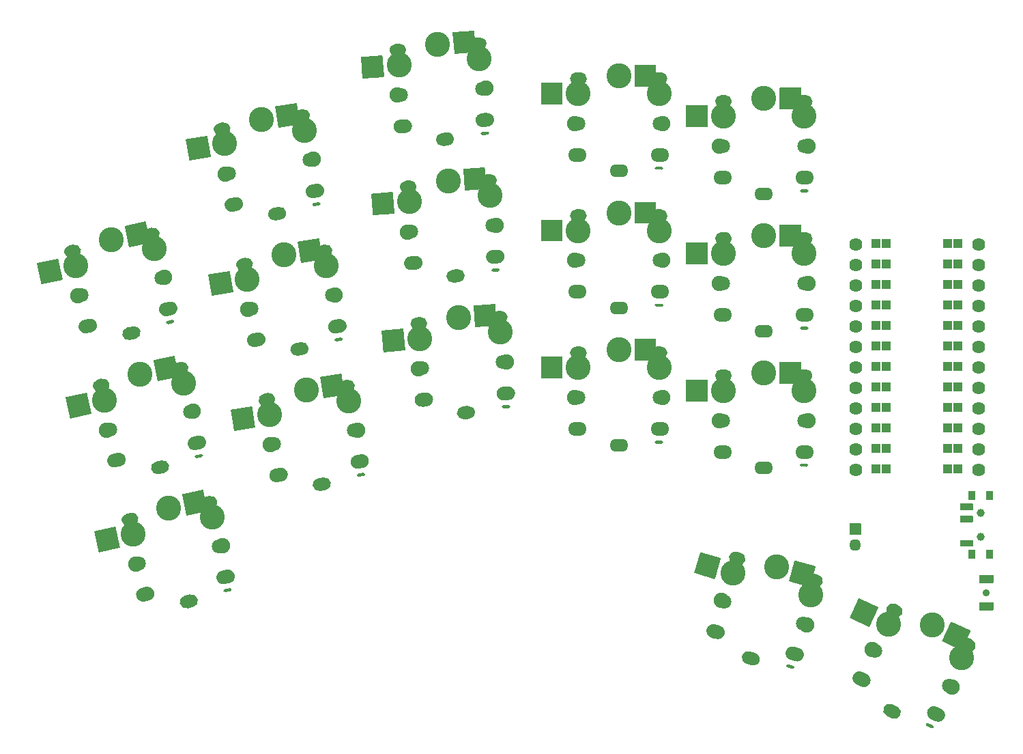
<source format=gts>
G04 #@! TF.GenerationSoftware,KiCad,Pcbnew,5.1.10*
G04 #@! TF.CreationDate,2021-11-16T11:23:36-06:00*
G04 #@! TF.ProjectId,a_dux_dux,615f6475-785f-4647-9578-2e6b69636164,VERSION_HERE*
G04 #@! TF.SameCoordinates,Original*
G04 #@! TF.FileFunction,Soldermask,Top*
G04 #@! TF.FilePolarity,Negative*
%FSLAX46Y46*%
G04 Gerber Fmt 4.6, Leading zero omitted, Abs format (unit mm)*
G04 Created by KiCad (PCBNEW 5.1.10) date 2021-11-16 11:23:36*
%MOMM*%
%LPD*%
G01*
G04 APERTURE LIST*
%ADD10C,3.100000*%
%ADD11C,1.800000*%
%ADD12C,1.900000*%
%ADD13O,2.300000X1.700000*%
%ADD14O,2.300000X1.600000*%
%ADD15C,0.900000*%
%ADD16C,1.000000*%
%ADD17O,1.450000X1.450000*%
%ADD18C,0.100000*%
%ADD19C,1.624000*%
G04 APERTURE END LIST*
G04 #@! TO.C,S4*
G36*
G01*
X199525845Y-109195220D02*
X199525845Y-109195220D01*
G75*
G02*
X199370146Y-109431351I-195915J-40216D01*
G01*
X198684444Y-109572105D01*
G75*
G02*
X198448313Y-109416406I-40216J195915D01*
G01*
X198448313Y-109416406D01*
G75*
G02*
X198604012Y-109180275I195915J40216D01*
G01*
X199289714Y-109039521D01*
G75*
G02*
X199525845Y-109195220I40216J-195915D01*
G01*
G37*
D10*
X191695515Y-99146555D03*
G36*
G01*
X185595178Y-104085015D02*
X183052942Y-104630023D01*
G75*
G02*
X182993572Y-104591615I-10481J48889D01*
G01*
X182448564Y-102049379D01*
G75*
G02*
X182486972Y-101990009I48889J10481D01*
G01*
X185029208Y-101445001D01*
G75*
G02*
X185088578Y-101483409I10481J-48889D01*
G01*
X185633586Y-104025645D01*
G75*
G02*
X185595178Y-104085015I-48889J-10481D01*
G01*
G37*
X197045592Y-100249585D03*
X187267760Y-102345770D03*
G36*
G01*
X193874697Y-100008916D02*
X193329689Y-97466680D01*
G75*
G02*
X193368097Y-97407310I48889J10481D01*
G01*
X195910333Y-96862302D01*
G75*
G02*
X195969703Y-96900710I10481J-48889D01*
G01*
X196514711Y-99442946D01*
G75*
G02*
X196476303Y-99502316I-48889J-10481D01*
G01*
X193934067Y-100047324D01*
G75*
G02*
X193874697Y-100008916I-10481J48889D01*
G01*
G37*
G36*
G01*
X199863438Y-107430447D02*
X199863438Y-107430447D01*
G75*
G02*
X199210498Y-108439739I-831116J-178176D01*
G01*
X198623828Y-108565511D01*
G75*
G02*
X197614536Y-107912571I-178176J831116D01*
G01*
X197614536Y-107912571D01*
G75*
G02*
X198267476Y-106903279I831116J178176D01*
G01*
X198854146Y-106777507D01*
G75*
G02*
X199863438Y-107430447I178176J-831116D01*
G01*
G37*
G36*
G01*
X187911035Y-100337474D02*
X187911035Y-100337474D01*
G75*
G02*
X187288237Y-101281996I-783660J-160862D01*
G01*
X186798449Y-101382534D01*
G75*
G02*
X185853927Y-100759736I-160862J783660D01*
G01*
X185853927Y-100759736D01*
G75*
G02*
X186476725Y-99815214I783660J160862D01*
G01*
X186966513Y-99714676D01*
G75*
G02*
X187911035Y-100337474I160862J-783660D01*
G01*
G37*
D11*
X187967641Y-105992071D03*
X197901919Y-103862347D03*
G36*
G01*
X193047079Y-110937191D02*
X193047079Y-110937191D01*
G75*
G02*
X193661611Y-109987269I782227J167695D01*
G01*
X194346059Y-109840537D01*
G75*
G02*
X195295981Y-110455069I167695J-782227D01*
G01*
X195295981Y-110455069D01*
G75*
G02*
X194681449Y-111404991I-782227J-167695D01*
G01*
X193997001Y-111551723D01*
G75*
G02*
X193047079Y-110937191I-167695J782227D01*
G01*
G37*
D12*
X198312588Y-103774307D03*
X187556972Y-106080111D03*
G36*
G01*
X187641147Y-110050680D02*
X187641147Y-110050680D01*
G75*
G02*
X188294087Y-109041388I831116J178176D01*
G01*
X188880757Y-108915616D01*
G75*
G02*
X189890049Y-109568556I178176J-831116D01*
G01*
X189890049Y-109568556D01*
G75*
G02*
X189237109Y-110577848I-831116J-178176D01*
G01*
X188650439Y-110703620D01*
G75*
G02*
X187641147Y-110050680I-178176J831116D01*
G01*
G37*
G36*
G01*
X195635601Y-98681470D02*
X195635601Y-98681470D01*
G75*
G02*
X196241819Y-97726222I780733J174515D01*
G01*
X196729777Y-97617150D01*
G75*
G02*
X197685025Y-98223368I174515J-780733D01*
G01*
X197685025Y-98223368D01*
G75*
G02*
X197078807Y-99178616I-780733J-174515D01*
G01*
X196590849Y-99287688D01*
G75*
G02*
X195635601Y-98681470I-174515J780733D01*
G01*
G37*
G04 #@! TD*
G04 #@! TO.C,S16*
G36*
G01*
X236333213Y-86204924D02*
X236333213Y-86204924D01*
G75*
G02*
X236147279Y-86418064I-199537J-13603D01*
G01*
X235448901Y-86465674D01*
G75*
G02*
X235235761Y-86279740I-13603J199537D01*
G01*
X235235761Y-86279740D01*
G75*
G02*
X235421695Y-86066600I199537J13603D01*
G01*
X236120073Y-86018990D01*
G75*
G02*
X236333213Y-86204924I13603J-199537D01*
G01*
G37*
D10*
X229919870Y-75197708D03*
G36*
G01*
X223212853Y-79274279D02*
X220620516Y-79473748D01*
G75*
G02*
X220566827Y-79427731I-3836J49853D01*
G01*
X220367358Y-76835394D01*
G75*
G02*
X220413375Y-76781705I49853J3836D01*
G01*
X223005712Y-76582236D01*
G75*
G02*
X223059401Y-76628253I3836J-49853D01*
G01*
X223258870Y-79220590D01*
G75*
G02*
X223212853Y-79274279I-49853J-3836D01*
G01*
G37*
X235073916Y-77007629D03*
X225103388Y-77774819D03*
G36*
G01*
X231963857Y-76344274D02*
X231764388Y-73751937D01*
G75*
G02*
X231810405Y-73698248I49853J3836D01*
G01*
X234402742Y-73498779D01*
G75*
G02*
X234456431Y-73544796I3836J-49853D01*
G01*
X234655900Y-76137133D01*
G75*
G02*
X234609883Y-76190822I-49853J-3836D01*
G01*
X232017546Y-76390291D01*
G75*
G02*
X231963857Y-76344274I-3836J49853D01*
G01*
G37*
G36*
G01*
X236904217Y-84501296D02*
X236904217Y-84501296D01*
G75*
G02*
X236121933Y-85414002I-847495J-65211D01*
G01*
X235523701Y-85460034D01*
G75*
G02*
X234610995Y-84677750I-65211J847495D01*
G01*
X234610995Y-84677750D01*
G75*
G02*
X235393279Y-83765044I847495J65211D01*
G01*
X235991511Y-83719012D01*
G75*
G02*
X236904217Y-84501296I65211J-847495D01*
G01*
G37*
G36*
G01*
X226009947Y-75870820D02*
X226009947Y-75870820D01*
G75*
G02*
X225266212Y-76723379I-798147J-54412D01*
G01*
X224767370Y-76757387D01*
G75*
G02*
X223914811Y-76013652I-54412J798147D01*
G01*
X223914811Y-76013652D01*
G75*
G02*
X224658546Y-75161093I798147J54412D01*
G01*
X225157388Y-75127085D01*
G75*
G02*
X226009947Y-75870820I54412J-798147D01*
G01*
G37*
D11*
X225308405Y-81482017D03*
X235438461Y-80702551D03*
G36*
G01*
X229679465Y-87063122D02*
X229679465Y-87063122D01*
G75*
G02*
X230415732Y-86204105I797642J61375D01*
G01*
X231113668Y-86150401D01*
G75*
G02*
X231972685Y-86886668I61375J-797642D01*
G01*
X231972685Y-86886668D01*
G75*
G02*
X231236418Y-87745685I-797642J-61375D01*
G01*
X230538482Y-87799389D01*
G75*
G02*
X229679465Y-87063122I-61375J797642D01*
G01*
G37*
D12*
X235857223Y-80670329D03*
X224889643Y-81514239D03*
G36*
G01*
X224441057Y-85460284D02*
X224441057Y-85460284D01*
G75*
G02*
X225223341Y-84547578I847495J65211D01*
G01*
X225821573Y-84501546D01*
G75*
G02*
X226734279Y-85283830I65211J-847495D01*
G01*
X226734279Y-85283830D01*
G75*
G02*
X225951995Y-86196536I-847495J-65211D01*
G01*
X225353763Y-86242568D01*
G75*
G02*
X224441057Y-85460284I-65211J847495D01*
G01*
G37*
G36*
G01*
X233886744Y-75264734D02*
X233886744Y-75264734D01*
G75*
G02*
X234615486Y-74399324I797076J68334D01*
G01*
X235113658Y-74356616D01*
G75*
G02*
X235979068Y-75085358I68334J-797076D01*
G01*
X235979068Y-75085358D01*
G75*
G02*
X235250326Y-75950768I-797076J-68334D01*
G01*
X234752154Y-75993476D01*
G75*
G02*
X233886744Y-75264734I-68334J797076D01*
G01*
G37*
G04 #@! TD*
G04 #@! TO.C,S34*
G36*
G01*
X290151358Y-142969165D02*
X290151358Y-142969165D01*
G75*
G02*
X289884739Y-143063580I-180517J86102D01*
G01*
X289252929Y-142762222D01*
G75*
G02*
X289158514Y-142495603I86102J180517D01*
G01*
X289158514Y-142495603D01*
G75*
G02*
X289425133Y-142401188I180517J-86102D01*
G01*
X290056943Y-142702546D01*
G75*
G02*
X290151358Y-142969165I-86102J-180517D01*
G01*
G37*
D10*
X289967447Y-130231192D03*
G36*
G01*
X282122997Y-130490257D02*
X279766597Y-129391449D01*
G75*
G02*
X279742413Y-129325003I21131J45315D01*
G01*
X280841221Y-126968603D01*
G75*
G02*
X280907667Y-126944419I45315J-21131D01*
G01*
X283264067Y-128043227D01*
G75*
G02*
X283288251Y-128109673I-21131J-45315D01*
G01*
X282189443Y-130466073D01*
G75*
G02*
X282122997Y-130490257I-45315J21131D01*
G01*
G37*
X293569226Y-134338161D03*
X284506148Y-130111978D03*
G36*
G01*
X291185344Y-132233498D02*
X292284152Y-129877098D01*
G75*
G02*
X292350598Y-129852914I45315J-21131D01*
G01*
X294706998Y-130951722D01*
G75*
G02*
X294731182Y-131018168I-21131J-45315D01*
G01*
X293632374Y-133374568D01*
G75*
G02*
X293565928Y-133398752I-45315J21131D01*
G01*
X291209528Y-132299944D01*
G75*
G02*
X291185344Y-132233498I21131J45315D01*
G01*
G37*
G36*
G01*
X291485140Y-141765249D02*
X291485140Y-141765249D01*
G75*
G02*
X290355552Y-142176385I-770362J359226D01*
G01*
X289811768Y-141922815D01*
G75*
G02*
X289400632Y-140793227I359226J770362D01*
G01*
X289400632Y-140793227D01*
G75*
G02*
X290530220Y-140382091I770362J-359226D01*
G01*
X291074004Y-140635661D01*
G75*
G02*
X291485140Y-141765249I-359226J-770362D01*
G01*
G37*
G36*
G01*
X286230634Y-128898221D02*
X286230634Y-128898221D01*
G75*
G02*
X285164157Y-129275880I-722068J344409D01*
G01*
X284712865Y-129060624D01*
G75*
G02*
X284335206Y-127994147I344409J722068D01*
G01*
X284335206Y-127994147D01*
G75*
G02*
X285401683Y-127616488I722068J-344409D01*
G01*
X285852975Y-127831744D01*
G75*
G02*
X286230634Y-128898221I-344409J-722068D01*
G01*
G37*
D11*
X282864884Y-133442383D03*
X292072972Y-137736185D03*
G36*
G01*
X283933226Y-140450489D02*
X283933226Y-140450489D01*
G75*
G02*
X284996367Y-140063538I725046J-338095D01*
G01*
X285630783Y-140359370D01*
G75*
G02*
X286017734Y-141422511I-338095J-725046D01*
G01*
X286017734Y-141422511D01*
G75*
G02*
X284954593Y-141809462I-725046J338095D01*
G01*
X284320177Y-141513630D01*
G75*
G02*
X283933226Y-140450489I338095J725046D01*
G01*
G37*
D12*
X292453621Y-137913684D03*
X282484235Y-133264884D03*
G36*
G01*
X280156293Y-136482520D02*
X280156293Y-136482520D01*
G75*
G02*
X281285881Y-136071384I770362J-359226D01*
G01*
X281829665Y-136324954D01*
G75*
G02*
X282240801Y-137454542I-359226J-770362D01*
G01*
X282240801Y-137454542D01*
G75*
G02*
X281111213Y-137865678I-770362J359226D01*
G01*
X280567429Y-137612108D01*
G75*
G02*
X280156293Y-136482520I359226J770362D01*
G01*
G37*
G36*
G01*
X293390539Y-132236939D02*
X293390539Y-132236939D01*
G75*
G02*
X294450263Y-131840725I727969J-331755D01*
G01*
X294905243Y-132048071D01*
G75*
G02*
X295301457Y-133107795I-331755J-727969D01*
G01*
X295301457Y-133107795D01*
G75*
G02*
X294241733Y-133504009I-727969J331755D01*
G01*
X293786753Y-133296663D01*
G75*
G02*
X293390539Y-132236939I331755J727969D01*
G01*
G37*
G04 #@! TD*
G04 #@! TO.C,S28*
G36*
G01*
X274612797Y-93444771D02*
X274612797Y-93444771D01*
G75*
G02*
X274411060Y-93643018I-199992J1745D01*
G01*
X273711086Y-93636910D01*
G75*
G02*
X273512839Y-93435173I1745J199992D01*
G01*
X273512839Y-93435173D01*
G75*
G02*
X273714576Y-93236926I199992J-1745D01*
G01*
X274414550Y-93243034D01*
G75*
G02*
X274612797Y-93444771I-1745J-199992D01*
G01*
G37*
D10*
X269062818Y-81977972D03*
G36*
G01*
X262062818Y-85527972D02*
X259462818Y-85527972D01*
G75*
G02*
X259412818Y-85477972I0J50000D01*
G01*
X259412818Y-82877972D01*
G75*
G02*
X259462818Y-82827972I50000J0D01*
G01*
X262062818Y-82827972D01*
G75*
G02*
X262112818Y-82877972I0J-50000D01*
G01*
X262112818Y-85477972D01*
G75*
G02*
X262062818Y-85527972I-50000J0D01*
G01*
G37*
X274062818Y-84177972D03*
X264062818Y-84177972D03*
G36*
G01*
X271012818Y-83277972D02*
X271012818Y-80677972D01*
G75*
G02*
X271062818Y-80627972I50000J0D01*
G01*
X273662818Y-80627972D01*
G75*
G02*
X273712818Y-80677972I0J-50000D01*
G01*
X273712818Y-83277972D01*
G75*
G02*
X273662818Y-83327972I-50000J0D01*
G01*
X271062818Y-83327972D01*
G75*
G02*
X271012818Y-83277972I0J50000D01*
G01*
G37*
D13*
X274162818Y-91789972D03*
G36*
G01*
X265112778Y-82349135D02*
X265112778Y-82349135D01*
G75*
G02*
X264305827Y-83142124I-799970J6981D01*
G01*
X263805847Y-83137760D01*
G75*
G02*
X263012858Y-82330809I6981J799970D01*
G01*
X263012858Y-82330809D01*
G75*
G02*
X263819809Y-81537820I799970J-6981D01*
G01*
X264319789Y-81542184D01*
G75*
G02*
X265112778Y-82349135I-6981J-799970D01*
G01*
G37*
D11*
X263982818Y-87889972D03*
X274142818Y-87889972D03*
D14*
X269062818Y-93789972D03*
D12*
X274562818Y-87889972D03*
X263562818Y-87889972D03*
D13*
X263962818Y-91789972D03*
G36*
G01*
X273012858Y-82349135D02*
X273012858Y-82349135D01*
G75*
G02*
X273805847Y-81542184I799970J6981D01*
G01*
X274305827Y-81537820D01*
G75*
G02*
X275112778Y-82330809I6981J-799970D01*
G01*
X275112778Y-82330809D01*
G75*
G02*
X274319789Y-83137760I-799970J-6981D01*
G01*
X273819809Y-83142124D01*
G75*
G02*
X273012858Y-82349135I-6981J799970D01*
G01*
G37*
G04 #@! TD*
G04 #@! TO.C,S32*
G36*
G01*
X272886382Y-135561139D02*
X272886382Y-135561139D01*
G75*
G02*
X272638288Y-135696967I-191961J56133D01*
G01*
X271966424Y-135500501D01*
G75*
G02*
X271830596Y-135252407I56133J191961D01*
G01*
X271830596Y-135252407D01*
G75*
G02*
X272078690Y-135116579I191961J-56133D01*
G01*
X272750554Y-135313045D01*
G75*
G02*
X272886382Y-135561139I-56133J-191961D01*
G01*
G37*
D10*
X270668275Y-123016429D03*
G36*
G01*
X262966154Y-124526342D02*
X260464387Y-123818413D01*
G75*
G02*
X260429890Y-123756688I13614J48111D01*
G01*
X261137819Y-121254921D01*
G75*
G02*
X261199544Y-121220424I48111J-13614D01*
G01*
X263701311Y-121928353D01*
G75*
G02*
X263735808Y-121990078I-13614J-48111D01*
G01*
X263027879Y-124491845D01*
G75*
G02*
X262966154Y-124526342I-48111J13614D01*
G01*
G37*
X274880348Y-126494710D03*
X265258168Y-123771908D03*
G36*
G01*
X272190635Y-124798259D02*
X272898564Y-122296492D01*
G75*
G02*
X272960289Y-122261995I48111J-13614D01*
G01*
X275462056Y-122969924D01*
G75*
G02*
X275496553Y-123031649I-13614J-48111D01*
G01*
X274788624Y-125533416D01*
G75*
G02*
X274726899Y-125567913I-48111J13614D01*
G01*
X272225132Y-124859984D01*
G75*
G02*
X272190635Y-124798259I13614J48111D01*
G01*
G37*
G36*
G01*
X274010523Y-134159463D02*
X274010523Y-134159463D01*
G75*
G02*
X272961200Y-134745910I-817885J231438D01*
G01*
X272383870Y-134582542D01*
G75*
G02*
X271797423Y-133533219I231438J817885D01*
G01*
X271797423Y-133533219D01*
G75*
G02*
X272846746Y-132946772I817885J-231438D01*
G01*
X273424076Y-133110140D01*
G75*
G02*
X274010523Y-134159463I-231438J-817885D01*
G01*
G37*
G36*
G01*
X266766414Y-122298051D02*
X266766414Y-122298051D01*
G75*
G02*
X265774037Y-122841362I-767844J224533D01*
G01*
X265294135Y-122701028D01*
G75*
G02*
X264750824Y-121708651I224533J767844D01*
G01*
X264750824Y-121708651D01*
G75*
G02*
X265743201Y-121165340I767844J-224533D01*
G01*
X266223103Y-121305674D01*
G75*
G02*
X266766414Y-122298051I-224533J-767844D01*
G01*
G37*
D11*
X264170487Y-127321878D03*
X273946621Y-130088246D03*
G36*
G01*
X266345551Y-134069026D02*
X266345551Y-134069026D01*
G75*
G02*
X267333149Y-133517076I769774J-217824D01*
G01*
X268006701Y-133707672D01*
G75*
G02*
X268558651Y-134695270I-217824J-769774D01*
G01*
X268558651Y-134695270D01*
G75*
G02*
X267571053Y-135247220I-769774J217824D01*
G01*
X266897501Y-135056624D01*
G75*
G02*
X266345551Y-134069026I217824J769774D01*
G01*
G37*
D12*
X274350753Y-130202603D03*
X263766355Y-127207521D03*
G36*
G01*
X261982799Y-130755961D02*
X261982799Y-130755961D01*
G75*
G02*
X263032122Y-130169514I817885J-231438D01*
G01*
X263609452Y-130332882D01*
G75*
G02*
X264195899Y-131382205I-231438J-817885D01*
G01*
X264195899Y-131382205D01*
G75*
G02*
X263146576Y-131968652I-817885J231438D01*
G01*
X262569246Y-131805284D01*
G75*
G02*
X261982799Y-130755961I231438J817885D01*
G01*
G37*
G36*
G01*
X274368014Y-124449087D02*
X274368014Y-124449087D01*
G75*
G02*
X275350758Y-123888539I771646J-211098D01*
G01*
X275833036Y-124020475D01*
G75*
G02*
X276393584Y-125003219I-211098J-771646D01*
G01*
X276393584Y-125003219D01*
G75*
G02*
X275410840Y-125563767I-771646J211098D01*
G01*
X274928562Y-125431831D01*
G75*
G02*
X274368014Y-124449087I211098J771646D01*
G01*
G37*
G04 #@! TD*
G04 #@! TO.C,S24*
G36*
G01*
X256612810Y-73611402D02*
X256612810Y-73611402D01*
G75*
G02*
X256411073Y-73809649I-199992J1745D01*
G01*
X255711099Y-73803541D01*
G75*
G02*
X255512852Y-73601804I1745J199992D01*
G01*
X255512852Y-73601804D01*
G75*
G02*
X255714589Y-73403557I199992J-1745D01*
G01*
X256414563Y-73409665D01*
G75*
G02*
X256612810Y-73611402I-1745J-199992D01*
G01*
G37*
D10*
X251062831Y-62144603D03*
G36*
G01*
X244062831Y-65694603D02*
X241462831Y-65694603D01*
G75*
G02*
X241412831Y-65644603I0J50000D01*
G01*
X241412831Y-63044603D01*
G75*
G02*
X241462831Y-62994603I50000J0D01*
G01*
X244062831Y-62994603D01*
G75*
G02*
X244112831Y-63044603I0J-50000D01*
G01*
X244112831Y-65644603D01*
G75*
G02*
X244062831Y-65694603I-50000J0D01*
G01*
G37*
X256062831Y-64344603D03*
X246062831Y-64344603D03*
G36*
G01*
X253012831Y-63444603D02*
X253012831Y-60844603D01*
G75*
G02*
X253062831Y-60794603I50000J0D01*
G01*
X255662831Y-60794603D01*
G75*
G02*
X255712831Y-60844603I0J-50000D01*
G01*
X255712831Y-63444603D01*
G75*
G02*
X255662831Y-63494603I-50000J0D01*
G01*
X253062831Y-63494603D01*
G75*
G02*
X253012831Y-63444603I0J50000D01*
G01*
G37*
D13*
X256162831Y-71956603D03*
G36*
G01*
X247112791Y-62515766D02*
X247112791Y-62515766D01*
G75*
G02*
X246305840Y-63308755I-799970J6981D01*
G01*
X245805860Y-63304391D01*
G75*
G02*
X245012871Y-62497440I6981J799970D01*
G01*
X245012871Y-62497440D01*
G75*
G02*
X245819822Y-61704451I799970J-6981D01*
G01*
X246319802Y-61708815D01*
G75*
G02*
X247112791Y-62515766I-6981J-799970D01*
G01*
G37*
D11*
X245982831Y-68056603D03*
X256142831Y-68056603D03*
D14*
X251062831Y-73956603D03*
D12*
X256562831Y-68056603D03*
X245562831Y-68056603D03*
D13*
X245962831Y-71956603D03*
G36*
G01*
X255012871Y-62515766D02*
X255012871Y-62515766D01*
G75*
G02*
X255805860Y-61708815I799970J6981D01*
G01*
X256305840Y-61704451D01*
G75*
G02*
X257112791Y-62497440I6981J-799970D01*
G01*
X257112791Y-62497440D01*
G75*
G02*
X256319802Y-63304391I-799970J-6981D01*
G01*
X255819822Y-63308755D01*
G75*
G02*
X255012871Y-62515766I-6981J799970D01*
G01*
G37*
G04 #@! TD*
G04 #@! TO.C,S18*
G36*
G01*
X235028991Y-69255029D02*
X235028991Y-69255029D01*
G75*
G02*
X234843057Y-69468169I-199537J-13603D01*
G01*
X234144679Y-69515779D01*
G75*
G02*
X233931539Y-69329845I-13603J199537D01*
G01*
X233931539Y-69329845D01*
G75*
G02*
X234117473Y-69116705I199537J13603D01*
G01*
X234815851Y-69069095D01*
G75*
G02*
X235028991Y-69255029I13603J-199537D01*
G01*
G37*
D10*
X228615648Y-58247813D03*
G36*
G01*
X221908631Y-62324384D02*
X219316294Y-62523853D01*
G75*
G02*
X219262605Y-62477836I-3836J49853D01*
G01*
X219063136Y-59885499D01*
G75*
G02*
X219109153Y-59831810I49853J3836D01*
G01*
X221701490Y-59632341D01*
G75*
G02*
X221755179Y-59678358I3836J-49853D01*
G01*
X221954648Y-62270695D01*
G75*
G02*
X221908631Y-62324384I-49853J-3836D01*
G01*
G37*
X233769694Y-60057734D03*
X223799166Y-60824924D03*
G36*
G01*
X230659635Y-59394379D02*
X230460166Y-56802042D01*
G75*
G02*
X230506183Y-56748353I49853J3836D01*
G01*
X233098520Y-56548884D01*
G75*
G02*
X233152209Y-56594901I3836J-49853D01*
G01*
X233351678Y-59187238D01*
G75*
G02*
X233305661Y-59240927I-49853J-3836D01*
G01*
X230713324Y-59440396D01*
G75*
G02*
X230659635Y-59394379I-3836J49853D01*
G01*
G37*
G36*
G01*
X235599995Y-67551401D02*
X235599995Y-67551401D01*
G75*
G02*
X234817711Y-68464107I-847495J-65211D01*
G01*
X234219479Y-68510139D01*
G75*
G02*
X233306773Y-67727855I-65211J847495D01*
G01*
X233306773Y-67727855D01*
G75*
G02*
X234089057Y-66815149I847495J65211D01*
G01*
X234687289Y-66769117D01*
G75*
G02*
X235599995Y-67551401I65211J-847495D01*
G01*
G37*
G36*
G01*
X224705725Y-58920925D02*
X224705725Y-58920925D01*
G75*
G02*
X223961990Y-59773484I-798147J-54412D01*
G01*
X223463148Y-59807492D01*
G75*
G02*
X222610589Y-59063757I-54412J798147D01*
G01*
X222610589Y-59063757D01*
G75*
G02*
X223354324Y-58211198I798147J54412D01*
G01*
X223853166Y-58177190D01*
G75*
G02*
X224705725Y-58920925I54412J-798147D01*
G01*
G37*
D11*
X224004183Y-64532122D03*
X234134239Y-63752656D03*
G36*
G01*
X228375243Y-70113227D02*
X228375243Y-70113227D01*
G75*
G02*
X229111510Y-69254210I797642J61375D01*
G01*
X229809446Y-69200506D01*
G75*
G02*
X230668463Y-69936773I61375J-797642D01*
G01*
X230668463Y-69936773D01*
G75*
G02*
X229932196Y-70795790I-797642J-61375D01*
G01*
X229234260Y-70849494D01*
G75*
G02*
X228375243Y-70113227I-61375J797642D01*
G01*
G37*
D12*
X234553001Y-63720434D03*
X223585421Y-64564344D03*
G36*
G01*
X223136835Y-68510389D02*
X223136835Y-68510389D01*
G75*
G02*
X223919119Y-67597683I847495J65211D01*
G01*
X224517351Y-67551651D01*
G75*
G02*
X225430057Y-68333935I65211J-847495D01*
G01*
X225430057Y-68333935D01*
G75*
G02*
X224647773Y-69246641I-847495J-65211D01*
G01*
X224049541Y-69292673D01*
G75*
G02*
X223136835Y-68510389I-65211J847495D01*
G01*
G37*
G36*
G01*
X232582522Y-58314839D02*
X232582522Y-58314839D01*
G75*
G02*
X233311264Y-57449429I797076J68334D01*
G01*
X233809436Y-57406721D01*
G75*
G02*
X234674846Y-58135463I68334J-797076D01*
G01*
X234674846Y-58135463D01*
G75*
G02*
X233946104Y-59000873I-797076J-68334D01*
G01*
X233447932Y-59043581D01*
G75*
G02*
X232582522Y-58314839I-68334J797076D01*
G01*
G37*
G04 #@! TD*
G04 #@! TO.C,S26*
G36*
G01*
X274612843Y-110444758D02*
X274612843Y-110444758D01*
G75*
G02*
X274411106Y-110643005I-199992J1745D01*
G01*
X273711132Y-110636897D01*
G75*
G02*
X273512885Y-110435160I1745J199992D01*
G01*
X273512885Y-110435160D01*
G75*
G02*
X273714622Y-110236913I199992J-1745D01*
G01*
X274414596Y-110243021D01*
G75*
G02*
X274612843Y-110444758I-1745J-199992D01*
G01*
G37*
D10*
X269062864Y-98977959D03*
G36*
G01*
X262062864Y-102527959D02*
X259462864Y-102527959D01*
G75*
G02*
X259412864Y-102477959I0J50000D01*
G01*
X259412864Y-99877959D01*
G75*
G02*
X259462864Y-99827959I50000J0D01*
G01*
X262062864Y-99827959D01*
G75*
G02*
X262112864Y-99877959I0J-50000D01*
G01*
X262112864Y-102477959D01*
G75*
G02*
X262062864Y-102527959I-50000J0D01*
G01*
G37*
X274062864Y-101177959D03*
X264062864Y-101177959D03*
G36*
G01*
X271012864Y-100277959D02*
X271012864Y-97677959D01*
G75*
G02*
X271062864Y-97627959I50000J0D01*
G01*
X273662864Y-97627959D01*
G75*
G02*
X273712864Y-97677959I0J-50000D01*
G01*
X273712864Y-100277959D01*
G75*
G02*
X273662864Y-100327959I-50000J0D01*
G01*
X271062864Y-100327959D01*
G75*
G02*
X271012864Y-100277959I0J50000D01*
G01*
G37*
D13*
X274162864Y-108789959D03*
G36*
G01*
X265112824Y-99349122D02*
X265112824Y-99349122D01*
G75*
G02*
X264305873Y-100142111I-799970J6981D01*
G01*
X263805893Y-100137747D01*
G75*
G02*
X263012904Y-99330796I6981J799970D01*
G01*
X263012904Y-99330796D01*
G75*
G02*
X263819855Y-98537807I799970J-6981D01*
G01*
X264319835Y-98542171D01*
G75*
G02*
X265112824Y-99349122I-6981J-799970D01*
G01*
G37*
D11*
X263982864Y-104889959D03*
X274142864Y-104889959D03*
D14*
X269062864Y-110789959D03*
D12*
X274562864Y-104889959D03*
X263562864Y-104889959D03*
D13*
X263962864Y-108789959D03*
G36*
G01*
X273012904Y-99349122D02*
X273012904Y-99349122D01*
G75*
G02*
X273805893Y-98542171I799970J6981D01*
G01*
X274305873Y-98537807D01*
G75*
G02*
X275112824Y-99330796I6981J-799970D01*
G01*
X275112824Y-99330796D01*
G75*
G02*
X274319835Y-100137747I-799970J-6981D01*
G01*
X273819855Y-100142111D01*
G75*
G02*
X273012904Y-99349122I-6981J799970D01*
G01*
G37*
G04 #@! TD*
G04 #@! TO.C,S20*
G36*
G01*
X256612811Y-107611483D02*
X256612811Y-107611483D01*
G75*
G02*
X256411074Y-107809730I-199992J1745D01*
G01*
X255711100Y-107803622D01*
G75*
G02*
X255512853Y-107601885I1745J199992D01*
G01*
X255512853Y-107601885D01*
G75*
G02*
X255714590Y-107403638I199992J-1745D01*
G01*
X256414564Y-107409746D01*
G75*
G02*
X256612811Y-107611483I-1745J-199992D01*
G01*
G37*
D10*
X251062832Y-96144684D03*
G36*
G01*
X244062832Y-99694684D02*
X241462832Y-99694684D01*
G75*
G02*
X241412832Y-99644684I0J50000D01*
G01*
X241412832Y-97044684D01*
G75*
G02*
X241462832Y-96994684I50000J0D01*
G01*
X244062832Y-96994684D01*
G75*
G02*
X244112832Y-97044684I0J-50000D01*
G01*
X244112832Y-99644684D01*
G75*
G02*
X244062832Y-99694684I-50000J0D01*
G01*
G37*
X256062832Y-98344684D03*
X246062832Y-98344684D03*
G36*
G01*
X253012832Y-97444684D02*
X253012832Y-94844684D01*
G75*
G02*
X253062832Y-94794684I50000J0D01*
G01*
X255662832Y-94794684D01*
G75*
G02*
X255712832Y-94844684I0J-50000D01*
G01*
X255712832Y-97444684D01*
G75*
G02*
X255662832Y-97494684I-50000J0D01*
G01*
X253062832Y-97494684D01*
G75*
G02*
X253012832Y-97444684I0J50000D01*
G01*
G37*
D13*
X256162832Y-105956684D03*
G36*
G01*
X247112792Y-96515847D02*
X247112792Y-96515847D01*
G75*
G02*
X246305841Y-97308836I-799970J6981D01*
G01*
X245805861Y-97304472D01*
G75*
G02*
X245012872Y-96497521I6981J799970D01*
G01*
X245012872Y-96497521D01*
G75*
G02*
X245819823Y-95704532I799970J-6981D01*
G01*
X246319803Y-95708896D01*
G75*
G02*
X247112792Y-96515847I-6981J-799970D01*
G01*
G37*
D11*
X245982832Y-102056684D03*
X256142832Y-102056684D03*
D14*
X251062832Y-107956684D03*
D12*
X256562832Y-102056684D03*
X245562832Y-102056684D03*
D13*
X245962832Y-105956684D03*
G36*
G01*
X255012872Y-96515847D02*
X255012872Y-96515847D01*
G75*
G02*
X255805861Y-95708896I799970J6981D01*
G01*
X256305841Y-95704532D01*
G75*
G02*
X257112792Y-96497521I6981J-799970D01*
G01*
X257112792Y-96497521D01*
G75*
G02*
X256319803Y-97304472I-799970J-6981D01*
G01*
X255819823Y-97308836D01*
G75*
G02*
X255012872Y-96515847I-6981J799970D01*
G01*
G37*
G04 #@! TD*
G04 #@! TO.C,S22*
G36*
G01*
X256612864Y-90611487D02*
X256612864Y-90611487D01*
G75*
G02*
X256411127Y-90809734I-199992J1745D01*
G01*
X255711153Y-90803626D01*
G75*
G02*
X255512906Y-90601889I1745J199992D01*
G01*
X255512906Y-90601889D01*
G75*
G02*
X255714643Y-90403642I199992J-1745D01*
G01*
X256414617Y-90409750D01*
G75*
G02*
X256612864Y-90611487I-1745J-199992D01*
G01*
G37*
D10*
X251062885Y-79144688D03*
G36*
G01*
X244062885Y-82694688D02*
X241462885Y-82694688D01*
G75*
G02*
X241412885Y-82644688I0J50000D01*
G01*
X241412885Y-80044688D01*
G75*
G02*
X241462885Y-79994688I50000J0D01*
G01*
X244062885Y-79994688D01*
G75*
G02*
X244112885Y-80044688I0J-50000D01*
G01*
X244112885Y-82644688D01*
G75*
G02*
X244062885Y-82694688I-50000J0D01*
G01*
G37*
X256062885Y-81344688D03*
X246062885Y-81344688D03*
G36*
G01*
X253012885Y-80444688D02*
X253012885Y-77844688D01*
G75*
G02*
X253062885Y-77794688I50000J0D01*
G01*
X255662885Y-77794688D01*
G75*
G02*
X255712885Y-77844688I0J-50000D01*
G01*
X255712885Y-80444688D01*
G75*
G02*
X255662885Y-80494688I-50000J0D01*
G01*
X253062885Y-80494688D01*
G75*
G02*
X253012885Y-80444688I0J50000D01*
G01*
G37*
D13*
X256162885Y-88956688D03*
G36*
G01*
X247112845Y-79515851D02*
X247112845Y-79515851D01*
G75*
G02*
X246305894Y-80308840I-799970J6981D01*
G01*
X245805914Y-80304476D01*
G75*
G02*
X245012925Y-79497525I6981J799970D01*
G01*
X245012925Y-79497525D01*
G75*
G02*
X245819876Y-78704536I799970J-6981D01*
G01*
X246319856Y-78708900D01*
G75*
G02*
X247112845Y-79515851I-6981J-799970D01*
G01*
G37*
D11*
X245982885Y-85056688D03*
X256142885Y-85056688D03*
D14*
X251062885Y-90956688D03*
D12*
X256562885Y-85056688D03*
X245562885Y-85056688D03*
D13*
X245962885Y-88956688D03*
G36*
G01*
X255012925Y-79515851D02*
X255012925Y-79515851D01*
G75*
G02*
X255805914Y-78708900I799970J6981D01*
G01*
X256305894Y-78704536D01*
G75*
G02*
X257112845Y-79497525I6981J-799970D01*
G01*
X257112845Y-79497525D01*
G75*
G02*
X256319856Y-80304476I-799970J-6981D01*
G01*
X255819876Y-80308840D01*
G75*
G02*
X255012925Y-79515851I-6981J799970D01*
G01*
G37*
G04 #@! TD*
G04 #@! TO.C,S6*
G36*
G01*
X195962251Y-92572940D02*
X195962251Y-92572940D01*
G75*
G02*
X195806552Y-92809071I-195915J-40216D01*
G01*
X195120850Y-92949825D01*
G75*
G02*
X194884719Y-92794126I-40216J195915D01*
G01*
X194884719Y-92794126D01*
G75*
G02*
X195040418Y-92557995I195915J40216D01*
G01*
X195726120Y-92417241D01*
G75*
G02*
X195962251Y-92572940I40216J-195915D01*
G01*
G37*
D10*
X188131921Y-82524275D03*
G36*
G01*
X182031584Y-87462735D02*
X179489348Y-88007743D01*
G75*
G02*
X179429978Y-87969335I-10481J48889D01*
G01*
X178884970Y-85427099D01*
G75*
G02*
X178923378Y-85367729I48889J10481D01*
G01*
X181465614Y-84822721D01*
G75*
G02*
X181524984Y-84861129I10481J-48889D01*
G01*
X182069992Y-87403365D01*
G75*
G02*
X182031584Y-87462735I-48889J-10481D01*
G01*
G37*
X193481998Y-83627305D03*
X183704166Y-85723490D03*
G36*
G01*
X190311103Y-83386636D02*
X189766095Y-80844400D01*
G75*
G02*
X189804503Y-80785030I48889J10481D01*
G01*
X192346739Y-80240022D01*
G75*
G02*
X192406109Y-80278430I10481J-48889D01*
G01*
X192951117Y-82820666D01*
G75*
G02*
X192912709Y-82880036I-48889J-10481D01*
G01*
X190370473Y-83425044D01*
G75*
G02*
X190311103Y-83386636I-10481J48889D01*
G01*
G37*
G36*
G01*
X196299844Y-90808167D02*
X196299844Y-90808167D01*
G75*
G02*
X195646904Y-91817459I-831116J-178176D01*
G01*
X195060234Y-91943231D01*
G75*
G02*
X194050942Y-91290291I-178176J831116D01*
G01*
X194050942Y-91290291D01*
G75*
G02*
X194703882Y-90280999I831116J178176D01*
G01*
X195290552Y-90155227D01*
G75*
G02*
X196299844Y-90808167I178176J-831116D01*
G01*
G37*
G36*
G01*
X184347441Y-83715194D02*
X184347441Y-83715194D01*
G75*
G02*
X183724643Y-84659716I-783660J-160862D01*
G01*
X183234855Y-84760254D01*
G75*
G02*
X182290333Y-84137456I-160862J783660D01*
G01*
X182290333Y-84137456D01*
G75*
G02*
X182913131Y-83192934I783660J160862D01*
G01*
X183402919Y-83092396D01*
G75*
G02*
X184347441Y-83715194I160862J-783660D01*
G01*
G37*
D11*
X184404047Y-89369791D03*
X194338325Y-87240067D03*
G36*
G01*
X189483485Y-94314911D02*
X189483485Y-94314911D01*
G75*
G02*
X190098017Y-93364989I782227J167695D01*
G01*
X190782465Y-93218257D01*
G75*
G02*
X191732387Y-93832789I167695J-782227D01*
G01*
X191732387Y-93832789D01*
G75*
G02*
X191117855Y-94782711I-782227J-167695D01*
G01*
X190433407Y-94929443D01*
G75*
G02*
X189483485Y-94314911I-167695J782227D01*
G01*
G37*
D12*
X194748994Y-87152027D03*
X183993378Y-89457831D03*
G36*
G01*
X184077553Y-93428400D02*
X184077553Y-93428400D01*
G75*
G02*
X184730493Y-92419108I831116J178176D01*
G01*
X185317163Y-92293336D01*
G75*
G02*
X186326455Y-92946276I178176J-831116D01*
G01*
X186326455Y-92946276D01*
G75*
G02*
X185673515Y-93955568I-831116J-178176D01*
G01*
X185086845Y-94081340D01*
G75*
G02*
X184077553Y-93428400I-178176J831116D01*
G01*
G37*
G36*
G01*
X192072007Y-82059190D02*
X192072007Y-82059190D01*
G75*
G02*
X192678225Y-81103942I780733J174515D01*
G01*
X193166183Y-80994870D01*
G75*
G02*
X194121431Y-81601088I174515J-780733D01*
G01*
X194121431Y-81601088D01*
G75*
G02*
X193515213Y-82556336I-780733J-174515D01*
G01*
X193027255Y-82665408D01*
G75*
G02*
X192072007Y-82059190I-174515J780733D01*
G01*
G37*
G04 #@! TD*
G04 #@! TO.C,S30*
G36*
G01*
X274612851Y-76444777D02*
X274612851Y-76444777D01*
G75*
G02*
X274411114Y-76643024I-199992J1745D01*
G01*
X273711140Y-76636916D01*
G75*
G02*
X273512893Y-76435179I1745J199992D01*
G01*
X273512893Y-76435179D01*
G75*
G02*
X273714630Y-76236932I199992J-1745D01*
G01*
X274414604Y-76243040D01*
G75*
G02*
X274612851Y-76444777I-1745J-199992D01*
G01*
G37*
D10*
X269062872Y-64977978D03*
G36*
G01*
X262062872Y-68527978D02*
X259462872Y-68527978D01*
G75*
G02*
X259412872Y-68477978I0J50000D01*
G01*
X259412872Y-65877978D01*
G75*
G02*
X259462872Y-65827978I50000J0D01*
G01*
X262062872Y-65827978D01*
G75*
G02*
X262112872Y-65877978I0J-50000D01*
G01*
X262112872Y-68477978D01*
G75*
G02*
X262062872Y-68527978I-50000J0D01*
G01*
G37*
X274062872Y-67177978D03*
X264062872Y-67177978D03*
G36*
G01*
X271012872Y-66277978D02*
X271012872Y-63677978D01*
G75*
G02*
X271062872Y-63627978I50000J0D01*
G01*
X273662872Y-63627978D01*
G75*
G02*
X273712872Y-63677978I0J-50000D01*
G01*
X273712872Y-66277978D01*
G75*
G02*
X273662872Y-66327978I-50000J0D01*
G01*
X271062872Y-66327978D01*
G75*
G02*
X271012872Y-66277978I0J50000D01*
G01*
G37*
D13*
X274162872Y-74789978D03*
G36*
G01*
X265112832Y-65349141D02*
X265112832Y-65349141D01*
G75*
G02*
X264305881Y-66142130I-799970J6981D01*
G01*
X263805901Y-66137766D01*
G75*
G02*
X263012912Y-65330815I6981J799970D01*
G01*
X263012912Y-65330815D01*
G75*
G02*
X263819863Y-64537826I799970J-6981D01*
G01*
X264319843Y-64542190D01*
G75*
G02*
X265112832Y-65349141I-6981J-799970D01*
G01*
G37*
D11*
X263982872Y-70889978D03*
X274142872Y-70889978D03*
D14*
X269062872Y-76789978D03*
D12*
X274562872Y-70889978D03*
X263562872Y-70889978D03*
D13*
X263962872Y-74789978D03*
G36*
G01*
X273012912Y-65349141D02*
X273012912Y-65349141D01*
G75*
G02*
X273805901Y-64542190I799970J6981D01*
G01*
X274305881Y-64537826D01*
G75*
G02*
X275112832Y-65330815I6981J-799970D01*
G01*
X275112832Y-65330815D01*
G75*
G02*
X274319843Y-66137766I-799970J-6981D01*
G01*
X273819863Y-66142130D01*
G75*
G02*
X273012912Y-65349141I-6981J799970D01*
G01*
G37*
G04 #@! TD*
G04 #@! TO.C,S10*
G36*
G01*
X216873535Y-94776892D02*
X216873535Y-94776892D01*
G75*
G02*
X216706885Y-95005426I-197592J-30942D01*
G01*
X216015313Y-95113724D01*
G75*
G02*
X215786779Y-94947074I-30942J197592D01*
G01*
X215786779Y-94947074D01*
G75*
G02*
X215953429Y-94718540I197592J30942D01*
G01*
X216645001Y-94610242D01*
G75*
G02*
X216873535Y-94776892I30942J-197592D01*
G01*
G37*
D10*
X209525254Y-84370522D03*
G36*
G01*
X203199056Y-89016136D02*
X200633968Y-89440784D01*
G75*
G02*
X200576473Y-89399621I-8166J49329D01*
G01*
X200151825Y-86834533D01*
G75*
G02*
X200192988Y-86777038I49329J8166D01*
G01*
X202758076Y-86352390D01*
G75*
G02*
X202815571Y-86393553I8166J-49329D01*
G01*
X203240219Y-88958641D01*
G75*
G02*
X203199056Y-89016136I-49329J-8166D01*
G01*
G37*
X214817432Y-85724351D03*
X204951710Y-87357611D03*
G36*
G01*
X211661393Y-85334581D02*
X211236745Y-82769493D01*
G75*
G02*
X211277908Y-82711998I49329J8166D01*
G01*
X213842996Y-82287350D01*
G75*
G02*
X213900491Y-82328513I8166J-49329D01*
G01*
X214325139Y-84893601D01*
G75*
G02*
X214283976Y-84951096I-49329J-8166D01*
G01*
X211718888Y-85375744D01*
G75*
G02*
X211661393Y-85334581I-8166J49329D01*
G01*
G37*
G36*
G01*
X217293884Y-93029981D02*
X217293884Y-93029981D01*
G75*
G02*
X216594125Y-94007394I-838586J-138827D01*
G01*
X216002181Y-94105390D01*
G75*
G02*
X215024768Y-93405631I-138827J838586D01*
G01*
X215024768Y-93405631D01*
G75*
G02*
X215724527Y-92428218I838586J138827D01*
G01*
X216316471Y-92330222D01*
G75*
G02*
X217293884Y-93029981I138827J-838586D01*
G01*
G37*
G36*
G01*
X205688875Y-85381845D02*
X205688875Y-85381845D01*
G75*
G02*
X205022275Y-86295981I-790368J-123768D01*
G01*
X204528295Y-86373337D01*
G75*
G02*
X203614159Y-85706737I-123768J790368D01*
G01*
X203614159Y-85706737D01*
G75*
G02*
X204280759Y-84792601I790368J123768D01*
G01*
X204774739Y-84715245D01*
G75*
G02*
X205688875Y-85381845I123768J-790368D01*
G01*
G37*
D11*
X205479050Y-91032833D03*
X215502624Y-89373441D03*
G36*
G01*
X210319902Y-96211738D02*
X210319902Y-96211738D01*
G75*
G02*
X210978499Y-95291819I789258J130661D01*
G01*
X211669099Y-95177491D01*
G75*
G02*
X212589018Y-95836088I130661J-789258D01*
G01*
X212589018Y-95836088D01*
G75*
G02*
X211930421Y-96756007I-789258J-130661D01*
G01*
X211239821Y-96870335D01*
G75*
G02*
X210319902Y-96211738I-130661J789258D01*
G01*
G37*
D12*
X215916984Y-89304844D03*
X205064690Y-91101430D03*
G36*
G01*
X204961732Y-95071556D02*
X204961732Y-95071556D01*
G75*
G02*
X205661491Y-94094143I838586J138827D01*
G01*
X206253435Y-93996147D01*
G75*
G02*
X207230848Y-94695906I138827J-838586D01*
G01*
X207230848Y-94695906D01*
G75*
G02*
X206531089Y-95673319I-838586J-138827D01*
G01*
X205939145Y-95771315D01*
G75*
G02*
X204961732Y-95071556I-138827J838586D01*
G01*
G37*
G36*
G01*
X213482875Y-84091557D02*
X213482875Y-84091557D01*
G75*
G02*
X214133419Y-83165927I788087J137543D01*
G01*
X214625973Y-83079963D01*
G75*
G02*
X215551603Y-83730507I137543J-788087D01*
G01*
X215551603Y-83730507D01*
G75*
G02*
X214901059Y-84656137I-788087J-137543D01*
G01*
X214408505Y-84742101D01*
G75*
G02*
X213482875Y-84091557I-137543J788087D01*
G01*
G37*
G04 #@! TD*
G04 #@! TO.C,S14*
G36*
G01*
X237637437Y-103154821D02*
X237637437Y-103154821D01*
G75*
G02*
X237451503Y-103367961I-199537J-13603D01*
G01*
X236753125Y-103415571D01*
G75*
G02*
X236539985Y-103229637I-13603J199537D01*
G01*
X236539985Y-103229637D01*
G75*
G02*
X236725919Y-103016497I199537J13603D01*
G01*
X237424297Y-102968887D01*
G75*
G02*
X237637437Y-103154821I13603J-199537D01*
G01*
G37*
D10*
X231224094Y-92147605D03*
G36*
G01*
X224517077Y-96224176D02*
X221924740Y-96423645D01*
G75*
G02*
X221871051Y-96377628I-3836J49853D01*
G01*
X221671582Y-93785291D01*
G75*
G02*
X221717599Y-93731602I49853J3836D01*
G01*
X224309936Y-93532133D01*
G75*
G02*
X224363625Y-93578150I3836J-49853D01*
G01*
X224563094Y-96170487D01*
G75*
G02*
X224517077Y-96224176I-49853J-3836D01*
G01*
G37*
X236378140Y-93957526D03*
X226407612Y-94724716D03*
G36*
G01*
X233268081Y-93294171D02*
X233068612Y-90701834D01*
G75*
G02*
X233114629Y-90648145I49853J3836D01*
G01*
X235706966Y-90448676D01*
G75*
G02*
X235760655Y-90494693I3836J-49853D01*
G01*
X235960124Y-93087030D01*
G75*
G02*
X235914107Y-93140719I-49853J-3836D01*
G01*
X233321770Y-93340188D01*
G75*
G02*
X233268081Y-93294171I-3836J49853D01*
G01*
G37*
G36*
G01*
X238208441Y-101451193D02*
X238208441Y-101451193D01*
G75*
G02*
X237426157Y-102363899I-847495J-65211D01*
G01*
X236827925Y-102409931D01*
G75*
G02*
X235915219Y-101627647I-65211J847495D01*
G01*
X235915219Y-101627647D01*
G75*
G02*
X236697503Y-100714941I847495J65211D01*
G01*
X237295735Y-100668909D01*
G75*
G02*
X238208441Y-101451193I65211J-847495D01*
G01*
G37*
G36*
G01*
X227314171Y-92820717D02*
X227314171Y-92820717D01*
G75*
G02*
X226570436Y-93673276I-798147J-54412D01*
G01*
X226071594Y-93707284D01*
G75*
G02*
X225219035Y-92963549I-54412J798147D01*
G01*
X225219035Y-92963549D01*
G75*
G02*
X225962770Y-92110990I798147J54412D01*
G01*
X226461612Y-92076982D01*
G75*
G02*
X227314171Y-92820717I54412J-798147D01*
G01*
G37*
D11*
X226612629Y-98431914D03*
X236742685Y-97652448D03*
G36*
G01*
X230983689Y-104013019D02*
X230983689Y-104013019D01*
G75*
G02*
X231719956Y-103154002I797642J61375D01*
G01*
X232417892Y-103100298D01*
G75*
G02*
X233276909Y-103836565I61375J-797642D01*
G01*
X233276909Y-103836565D01*
G75*
G02*
X232540642Y-104695582I-797642J-61375D01*
G01*
X231842706Y-104749286D01*
G75*
G02*
X230983689Y-104013019I-61375J797642D01*
G01*
G37*
D12*
X237161447Y-97620226D03*
X226193867Y-98464136D03*
G36*
G01*
X225745281Y-102410181D02*
X225745281Y-102410181D01*
G75*
G02*
X226527565Y-101497475I847495J65211D01*
G01*
X227125797Y-101451443D01*
G75*
G02*
X228038503Y-102233727I65211J-847495D01*
G01*
X228038503Y-102233727D01*
G75*
G02*
X227256219Y-103146433I-847495J-65211D01*
G01*
X226657987Y-103192465D01*
G75*
G02*
X225745281Y-102410181I-65211J847495D01*
G01*
G37*
G36*
G01*
X235190968Y-92214631D02*
X235190968Y-92214631D01*
G75*
G02*
X235919710Y-91349221I797076J68334D01*
G01*
X236417882Y-91306513D01*
G75*
G02*
X237283292Y-92035255I68334J-797076D01*
G01*
X237283292Y-92035255D01*
G75*
G02*
X236554550Y-92900665I-797076J-68334D01*
G01*
X236056378Y-92943373D01*
G75*
G02*
X235190968Y-92214631I-68334J797076D01*
G01*
G37*
G04 #@! TD*
G04 #@! TO.C,S12*
G36*
G01*
X214097042Y-78005171D02*
X214097042Y-78005171D01*
G75*
G02*
X213930392Y-78233705I-197592J-30942D01*
G01*
X213238820Y-78342003D01*
G75*
G02*
X213010286Y-78175353I-30942J197592D01*
G01*
X213010286Y-78175353D01*
G75*
G02*
X213176936Y-77946819I197592J30942D01*
G01*
X213868508Y-77838521D01*
G75*
G02*
X214097042Y-78005171I30942J-197592D01*
G01*
G37*
D10*
X206748761Y-67598801D03*
G36*
G01*
X200422563Y-72244415D02*
X197857475Y-72669063D01*
G75*
G02*
X197799980Y-72627900I-8166J49329D01*
G01*
X197375332Y-70062812D01*
G75*
G02*
X197416495Y-70005317I49329J8166D01*
G01*
X199981583Y-69580669D01*
G75*
G02*
X200039078Y-69621832I8166J-49329D01*
G01*
X200463726Y-72186920D01*
G75*
G02*
X200422563Y-72244415I-49329J-8166D01*
G01*
G37*
X212040939Y-68952630D03*
X202175217Y-70585890D03*
G36*
G01*
X208884900Y-68562860D02*
X208460252Y-65997772D01*
G75*
G02*
X208501415Y-65940277I49329J8166D01*
G01*
X211066503Y-65515629D01*
G75*
G02*
X211123998Y-65556792I8166J-49329D01*
G01*
X211548646Y-68121880D01*
G75*
G02*
X211507483Y-68179375I-49329J-8166D01*
G01*
X208942395Y-68604023D01*
G75*
G02*
X208884900Y-68562860I-8166J49329D01*
G01*
G37*
G36*
G01*
X214517391Y-76258260D02*
X214517391Y-76258260D01*
G75*
G02*
X213817632Y-77235673I-838586J-138827D01*
G01*
X213225688Y-77333669D01*
G75*
G02*
X212248275Y-76633910I-138827J838586D01*
G01*
X212248275Y-76633910D01*
G75*
G02*
X212948034Y-75656497I838586J138827D01*
G01*
X213539978Y-75558501D01*
G75*
G02*
X214517391Y-76258260I138827J-838586D01*
G01*
G37*
G36*
G01*
X202912382Y-68610124D02*
X202912382Y-68610124D01*
G75*
G02*
X202245782Y-69524260I-790368J-123768D01*
G01*
X201751802Y-69601616D01*
G75*
G02*
X200837666Y-68935016I-123768J790368D01*
G01*
X200837666Y-68935016D01*
G75*
G02*
X201504266Y-68020880I790368J123768D01*
G01*
X201998246Y-67943524D01*
G75*
G02*
X202912382Y-68610124I123768J-790368D01*
G01*
G37*
D11*
X202702557Y-74261112D03*
X212726131Y-72601720D03*
G36*
G01*
X207543409Y-79440017D02*
X207543409Y-79440017D01*
G75*
G02*
X208202006Y-78520098I789258J130661D01*
G01*
X208892606Y-78405770D01*
G75*
G02*
X209812525Y-79064367I130661J-789258D01*
G01*
X209812525Y-79064367D01*
G75*
G02*
X209153928Y-79984286I-789258J-130661D01*
G01*
X208463328Y-80098614D01*
G75*
G02*
X207543409Y-79440017I-130661J789258D01*
G01*
G37*
D12*
X213140491Y-72533123D03*
X202288197Y-74329709D03*
G36*
G01*
X202185239Y-78299835D02*
X202185239Y-78299835D01*
G75*
G02*
X202884998Y-77322422I838586J138827D01*
G01*
X203476942Y-77224426D01*
G75*
G02*
X204454355Y-77924185I138827J-838586D01*
G01*
X204454355Y-77924185D01*
G75*
G02*
X203754596Y-78901598I-838586J-138827D01*
G01*
X203162652Y-78999594D01*
G75*
G02*
X202185239Y-78299835I-138827J838586D01*
G01*
G37*
G36*
G01*
X210706382Y-67319836D02*
X210706382Y-67319836D01*
G75*
G02*
X211356926Y-66394206I788087J137543D01*
G01*
X211849480Y-66308242D01*
G75*
G02*
X212775110Y-66958786I137543J-788087D01*
G01*
X212775110Y-66958786D01*
G75*
G02*
X212124566Y-67884416I-788087J-137543D01*
G01*
X211632012Y-67970380D01*
G75*
G02*
X210706382Y-67319836I-137543J788087D01*
G01*
G37*
G04 #@! TD*
G04 #@! TO.C,S2*
G36*
G01*
X203089333Y-125817597D02*
X203089333Y-125817597D01*
G75*
G02*
X202933634Y-126053728I-195915J-40216D01*
G01*
X202247932Y-126194482D01*
G75*
G02*
X202011801Y-126038783I-40216J195915D01*
G01*
X202011801Y-126038783D01*
G75*
G02*
X202167500Y-125802652I195915J40216D01*
G01*
X202853202Y-125661898D01*
G75*
G02*
X203089333Y-125817597I40216J-195915D01*
G01*
G37*
D10*
X195259003Y-115768932D03*
G36*
G01*
X189158666Y-120707392D02*
X186616430Y-121252400D01*
G75*
G02*
X186557060Y-121213992I-10481J48889D01*
G01*
X186012052Y-118671756D01*
G75*
G02*
X186050460Y-118612386I48889J10481D01*
G01*
X188592696Y-118067378D01*
G75*
G02*
X188652066Y-118105786I10481J-48889D01*
G01*
X189197074Y-120648022D01*
G75*
G02*
X189158666Y-120707392I-48889J-10481D01*
G01*
G37*
X200609080Y-116871962D03*
X190831248Y-118968147D03*
G36*
G01*
X197438185Y-116631293D02*
X196893177Y-114089057D01*
G75*
G02*
X196931585Y-114029687I48889J10481D01*
G01*
X199473821Y-113484679D01*
G75*
G02*
X199533191Y-113523087I10481J-48889D01*
G01*
X200078199Y-116065323D01*
G75*
G02*
X200039791Y-116124693I-48889J-10481D01*
G01*
X197497555Y-116669701D01*
G75*
G02*
X197438185Y-116631293I-10481J48889D01*
G01*
G37*
G36*
G01*
X203426926Y-124052824D02*
X203426926Y-124052824D01*
G75*
G02*
X202773986Y-125062116I-831116J-178176D01*
G01*
X202187316Y-125187888D01*
G75*
G02*
X201178024Y-124534948I-178176J831116D01*
G01*
X201178024Y-124534948D01*
G75*
G02*
X201830964Y-123525656I831116J178176D01*
G01*
X202417634Y-123399884D01*
G75*
G02*
X203426926Y-124052824I178176J-831116D01*
G01*
G37*
G36*
G01*
X191474523Y-116959851D02*
X191474523Y-116959851D01*
G75*
G02*
X190851725Y-117904373I-783660J-160862D01*
G01*
X190361937Y-118004911D01*
G75*
G02*
X189417415Y-117382113I-160862J783660D01*
G01*
X189417415Y-117382113D01*
G75*
G02*
X190040213Y-116437591I783660J160862D01*
G01*
X190530001Y-116337053D01*
G75*
G02*
X191474523Y-116959851I160862J-783660D01*
G01*
G37*
D11*
X191531129Y-122614448D03*
X201465407Y-120484724D03*
G36*
G01*
X196610567Y-127559568D02*
X196610567Y-127559568D01*
G75*
G02*
X197225099Y-126609646I782227J167695D01*
G01*
X197909547Y-126462914D01*
G75*
G02*
X198859469Y-127077446I167695J-782227D01*
G01*
X198859469Y-127077446D01*
G75*
G02*
X198244937Y-128027368I-782227J-167695D01*
G01*
X197560489Y-128174100D01*
G75*
G02*
X196610567Y-127559568I-167695J782227D01*
G01*
G37*
D12*
X201876076Y-120396684D03*
X191120460Y-122702488D03*
G36*
G01*
X191204635Y-126673057D02*
X191204635Y-126673057D01*
G75*
G02*
X191857575Y-125663765I831116J178176D01*
G01*
X192444245Y-125537993D01*
G75*
G02*
X193453537Y-126190933I178176J-831116D01*
G01*
X193453537Y-126190933D01*
G75*
G02*
X192800597Y-127200225I-831116J-178176D01*
G01*
X192213927Y-127325997D01*
G75*
G02*
X191204635Y-126673057I-178176J831116D01*
G01*
G37*
G36*
G01*
X199199089Y-115303847D02*
X199199089Y-115303847D01*
G75*
G02*
X199805307Y-114348599I780733J174515D01*
G01*
X200293265Y-114239527D01*
G75*
G02*
X201248513Y-114845745I174515J-780733D01*
G01*
X201248513Y-114845745D01*
G75*
G02*
X200642295Y-115800993I-780733J-174515D01*
G01*
X200154337Y-115910065D01*
G75*
G02*
X199199089Y-115303847I-174515J780733D01*
G01*
G37*
G04 #@! TD*
G04 #@! TO.C,S8*
G36*
G01*
X219650128Y-111548605D02*
X219650128Y-111548605D01*
G75*
G02*
X219483478Y-111777139I-197592J-30942D01*
G01*
X218791906Y-111885437D01*
G75*
G02*
X218563372Y-111718787I-30942J197592D01*
G01*
X218563372Y-111718787D01*
G75*
G02*
X218730022Y-111490253I197592J30942D01*
G01*
X219421594Y-111381955D01*
G75*
G02*
X219650128Y-111548605I30942J-197592D01*
G01*
G37*
D10*
X212301847Y-101142235D03*
G36*
G01*
X205975649Y-105787849D02*
X203410561Y-106212497D01*
G75*
G02*
X203353066Y-106171334I-8166J49329D01*
G01*
X202928418Y-103606246D01*
G75*
G02*
X202969581Y-103548751I49329J8166D01*
G01*
X205534669Y-103124103D01*
G75*
G02*
X205592164Y-103165266I8166J-49329D01*
G01*
X206016812Y-105730354D01*
G75*
G02*
X205975649Y-105787849I-49329J-8166D01*
G01*
G37*
X217594025Y-102496064D03*
X207728303Y-104129324D03*
G36*
G01*
X214437986Y-102106294D02*
X214013338Y-99541206D01*
G75*
G02*
X214054501Y-99483711I49329J8166D01*
G01*
X216619589Y-99059063D01*
G75*
G02*
X216677084Y-99100226I8166J-49329D01*
G01*
X217101732Y-101665314D01*
G75*
G02*
X217060569Y-101722809I-49329J-8166D01*
G01*
X214495481Y-102147457D01*
G75*
G02*
X214437986Y-102106294I-8166J49329D01*
G01*
G37*
G36*
G01*
X220070477Y-109801694D02*
X220070477Y-109801694D01*
G75*
G02*
X219370718Y-110779107I-838586J-138827D01*
G01*
X218778774Y-110877103D01*
G75*
G02*
X217801361Y-110177344I-138827J838586D01*
G01*
X217801361Y-110177344D01*
G75*
G02*
X218501120Y-109199931I838586J138827D01*
G01*
X219093064Y-109101935D01*
G75*
G02*
X220070477Y-109801694I138827J-838586D01*
G01*
G37*
G36*
G01*
X208465468Y-102153558D02*
X208465468Y-102153558D01*
G75*
G02*
X207798868Y-103067694I-790368J-123768D01*
G01*
X207304888Y-103145050D01*
G75*
G02*
X206390752Y-102478450I-123768J790368D01*
G01*
X206390752Y-102478450D01*
G75*
G02*
X207057352Y-101564314I790368J123768D01*
G01*
X207551332Y-101486958D01*
G75*
G02*
X208465468Y-102153558I123768J-790368D01*
G01*
G37*
D11*
X208255643Y-107804546D03*
X218279217Y-106145154D03*
G36*
G01*
X213096495Y-112983451D02*
X213096495Y-112983451D01*
G75*
G02*
X213755092Y-112063532I789258J130661D01*
G01*
X214445692Y-111949204D01*
G75*
G02*
X215365611Y-112607801I130661J-789258D01*
G01*
X215365611Y-112607801D01*
G75*
G02*
X214707014Y-113527720I-789258J-130661D01*
G01*
X214016414Y-113642048D01*
G75*
G02*
X213096495Y-112983451I-130661J789258D01*
G01*
G37*
D12*
X218693577Y-106076557D03*
X207841283Y-107873143D03*
G36*
G01*
X207738325Y-111843269D02*
X207738325Y-111843269D01*
G75*
G02*
X208438084Y-110865856I838586J138827D01*
G01*
X209030028Y-110767860D01*
G75*
G02*
X210007441Y-111467619I138827J-838586D01*
G01*
X210007441Y-111467619D01*
G75*
G02*
X209307682Y-112445032I-838586J-138827D01*
G01*
X208715738Y-112543028D01*
G75*
G02*
X207738325Y-111843269I-138827J838586D01*
G01*
G37*
G36*
G01*
X216259468Y-100863270D02*
X216259468Y-100863270D01*
G75*
G02*
X216910012Y-99937640I788087J137543D01*
G01*
X217402566Y-99851676D01*
G75*
G02*
X218328196Y-100502220I137543J-788087D01*
G01*
X218328196Y-100502220D01*
G75*
G02*
X217677652Y-101427850I-788087J-137543D01*
G01*
X217185098Y-101513814D01*
G75*
G02*
X216259468Y-100863270I-137543J788087D01*
G01*
G37*
G04 #@! TD*
D15*
G04 #@! TO.C,REF\u002A\u002A*
X296672000Y-126238000D03*
G04 #@! TD*
D16*
G04 #@! TO.C,REF\u002A\u002A*
X295986000Y-116356000D03*
X295986000Y-119356000D03*
G04 #@! TD*
D17*
G04 #@! TO.C,REF\u002A\u002A*
X280416000Y-120364000D03*
G36*
G01*
X279691000Y-119039000D02*
X279691000Y-117689000D01*
G75*
G02*
X279741000Y-117639000I50000J0D01*
G01*
X281091000Y-117639000D01*
G75*
G02*
X281141000Y-117689000I0J-50000D01*
G01*
X281141000Y-119039000D01*
G75*
G02*
X281091000Y-119089000I-50000J0D01*
G01*
X279741000Y-119089000D01*
G75*
G02*
X279691000Y-119039000I0J50000D01*
G01*
G37*
G04 #@! TD*
G04 #@! TO.C,REF\u002A\u002A*
G36*
G01*
X295276000Y-122056000D02*
X294476000Y-122056000D01*
G75*
G02*
X294426000Y-122006000I0J50000D01*
G01*
X294426000Y-121006000D01*
G75*
G02*
X294476000Y-120956000I50000J0D01*
G01*
X295276000Y-120956000D01*
G75*
G02*
X295326000Y-121006000I0J-50000D01*
G01*
X295326000Y-122006000D01*
G75*
G02*
X295276000Y-122056000I-50000J0D01*
G01*
G37*
G36*
G01*
X295276000Y-114756000D02*
X294476000Y-114756000D01*
G75*
G02*
X294426000Y-114706000I0J50000D01*
G01*
X294426000Y-113706000D01*
G75*
G02*
X294476000Y-113656000I50000J0D01*
G01*
X295276000Y-113656000D01*
G75*
G02*
X295326000Y-113706000I0J-50000D01*
G01*
X295326000Y-114706000D01*
G75*
G02*
X295276000Y-114756000I-50000J0D01*
G01*
G37*
G36*
G01*
X297486000Y-114756000D02*
X296686000Y-114756000D01*
G75*
G02*
X296636000Y-114706000I0J50000D01*
G01*
X296636000Y-113706000D01*
G75*
G02*
X296686000Y-113656000I50000J0D01*
G01*
X297486000Y-113656000D01*
G75*
G02*
X297536000Y-113706000I0J-50000D01*
G01*
X297536000Y-114706000D01*
G75*
G02*
X297486000Y-114756000I-50000J0D01*
G01*
G37*
G36*
G01*
X297486000Y-122056000D02*
X296686000Y-122056000D01*
G75*
G02*
X296636000Y-122006000I0J50000D01*
G01*
X296636000Y-121006000D01*
G75*
G02*
X296686000Y-120956000I50000J0D01*
G01*
X297486000Y-120956000D01*
G75*
G02*
X297536000Y-121006000I0J-50000D01*
G01*
X297536000Y-122006000D01*
G75*
G02*
X297486000Y-122056000I-50000J0D01*
G01*
G37*
G36*
G01*
X294976000Y-116006000D02*
X293476000Y-116006000D01*
G75*
G02*
X293426000Y-115956000I0J50000D01*
G01*
X293426000Y-115256000D01*
G75*
G02*
X293476000Y-115206000I50000J0D01*
G01*
X294976000Y-115206000D01*
G75*
G02*
X295026000Y-115256000I0J-50000D01*
G01*
X295026000Y-115956000D01*
G75*
G02*
X294976000Y-116006000I-50000J0D01*
G01*
G37*
G36*
G01*
X294976000Y-117506000D02*
X293476000Y-117506000D01*
G75*
G02*
X293426000Y-117456000I0J50000D01*
G01*
X293426000Y-116756000D01*
G75*
G02*
X293476000Y-116706000I50000J0D01*
G01*
X294976000Y-116706000D01*
G75*
G02*
X295026000Y-116756000I0J-50000D01*
G01*
X295026000Y-117456000D01*
G75*
G02*
X294976000Y-117506000I-50000J0D01*
G01*
G37*
G36*
G01*
X294976000Y-120506000D02*
X293476000Y-120506000D01*
G75*
G02*
X293426000Y-120456000I0J50000D01*
G01*
X293426000Y-119756000D01*
G75*
G02*
X293476000Y-119706000I50000J0D01*
G01*
X294976000Y-119706000D01*
G75*
G02*
X295026000Y-119756000I0J-50000D01*
G01*
X295026000Y-120456000D01*
G75*
G02*
X294976000Y-120506000I-50000J0D01*
G01*
G37*
D16*
X295986000Y-116356000D03*
X295986000Y-119356000D03*
G04 #@! TD*
D18*
G04 #@! TO.C,C1*
G36*
X282406000Y-96181000D02*
G01*
X282406000Y-95081000D01*
X283506000Y-95081000D01*
X283506000Y-96181000D01*
X282406000Y-96181000D01*
G37*
G36*
X292566000Y-96181000D02*
G01*
X292566000Y-95081000D01*
X293666000Y-95081000D01*
X293666000Y-96181000D01*
X292566000Y-96181000D01*
G37*
G36*
X283676000Y-83481000D02*
G01*
X283676000Y-82381000D01*
X284776000Y-82381000D01*
X284776000Y-83481000D01*
X283676000Y-83481000D01*
G37*
G36*
X291296000Y-108881000D02*
G01*
X291296000Y-107781000D01*
X292396000Y-107781000D01*
X292396000Y-108881000D01*
X291296000Y-108881000D01*
G37*
G36*
X282406000Y-111421000D02*
G01*
X282406000Y-110321000D01*
X283506000Y-110321000D01*
X283506000Y-111421000D01*
X282406000Y-111421000D01*
G37*
G36*
X282406000Y-98721000D02*
G01*
X282406000Y-97621000D01*
X283506000Y-97621000D01*
X283506000Y-98721000D01*
X282406000Y-98721000D01*
G37*
G36*
X283676000Y-91101000D02*
G01*
X283676000Y-90001000D01*
X284776000Y-90001000D01*
X284776000Y-91101000D01*
X283676000Y-91101000D01*
G37*
G36*
X292566000Y-91101000D02*
G01*
X292566000Y-90001000D01*
X293666000Y-90001000D01*
X293666000Y-91101000D01*
X292566000Y-91101000D01*
G37*
G36*
X292566000Y-103801000D02*
G01*
X292566000Y-102701000D01*
X293666000Y-102701000D01*
X293666000Y-103801000D01*
X292566000Y-103801000D01*
G37*
G36*
X292566000Y-111421000D02*
G01*
X292566000Y-110321000D01*
X293666000Y-110321000D01*
X293666000Y-111421000D01*
X292566000Y-111421000D01*
G37*
G36*
X291296000Y-93641000D02*
G01*
X291296000Y-92541000D01*
X292396000Y-92541000D01*
X292396000Y-93641000D01*
X291296000Y-93641000D01*
G37*
G36*
X283676000Y-108881000D02*
G01*
X283676000Y-107781000D01*
X284776000Y-107781000D01*
X284776000Y-108881000D01*
X283676000Y-108881000D01*
G37*
G36*
X292566000Y-93641000D02*
G01*
X292566000Y-92541000D01*
X293666000Y-92541000D01*
X293666000Y-93641000D01*
X292566000Y-93641000D01*
G37*
G36*
X282406000Y-91101000D02*
G01*
X282406000Y-90001000D01*
X283506000Y-90001000D01*
X283506000Y-91101000D01*
X282406000Y-91101000D01*
G37*
G36*
X282406000Y-88561000D02*
G01*
X282406000Y-87461000D01*
X283506000Y-87461000D01*
X283506000Y-88561000D01*
X282406000Y-88561000D01*
G37*
G36*
X292566000Y-86021000D02*
G01*
X292566000Y-84921000D01*
X293666000Y-84921000D01*
X293666000Y-86021000D01*
X292566000Y-86021000D01*
G37*
G36*
X283676000Y-86021000D02*
G01*
X283676000Y-84921000D01*
X284776000Y-84921000D01*
X284776000Y-86021000D01*
X283676000Y-86021000D01*
G37*
G36*
X292566000Y-88561000D02*
G01*
X292566000Y-87461000D01*
X293666000Y-87461000D01*
X293666000Y-88561000D01*
X292566000Y-88561000D01*
G37*
G36*
X292566000Y-98721000D02*
G01*
X292566000Y-97621000D01*
X293666000Y-97621000D01*
X293666000Y-98721000D01*
X292566000Y-98721000D01*
G37*
G36*
X292566000Y-106341000D02*
G01*
X292566000Y-105241000D01*
X293666000Y-105241000D01*
X293666000Y-106341000D01*
X292566000Y-106341000D01*
G37*
G36*
X283676000Y-98721000D02*
G01*
X283676000Y-97621000D01*
X284776000Y-97621000D01*
X284776000Y-98721000D01*
X283676000Y-98721000D01*
G37*
G36*
X291296000Y-91101000D02*
G01*
X291296000Y-90001000D01*
X292396000Y-90001000D01*
X292396000Y-91101000D01*
X291296000Y-91101000D01*
G37*
G36*
X282406000Y-106341000D02*
G01*
X282406000Y-105241000D01*
X283506000Y-105241000D01*
X283506000Y-106341000D01*
X282406000Y-106341000D01*
G37*
G36*
X291296000Y-111421000D02*
G01*
X291296000Y-110321000D01*
X292396000Y-110321000D01*
X292396000Y-111421000D01*
X291296000Y-111421000D01*
G37*
G36*
X291296000Y-96181000D02*
G01*
X291296000Y-95081000D01*
X292396000Y-95081000D01*
X292396000Y-96181000D01*
X291296000Y-96181000D01*
G37*
G36*
X291296000Y-101261000D02*
G01*
X291296000Y-100161000D01*
X292396000Y-100161000D01*
X292396000Y-101261000D01*
X291296000Y-101261000D01*
G37*
G36*
X292566000Y-101261000D02*
G01*
X292566000Y-100161000D01*
X293666000Y-100161000D01*
X293666000Y-101261000D01*
X292566000Y-101261000D01*
G37*
G36*
X283676000Y-106341000D02*
G01*
X283676000Y-105241000D01*
X284776000Y-105241000D01*
X284776000Y-106341000D01*
X283676000Y-106341000D01*
G37*
G36*
X292566000Y-83481000D02*
G01*
X292566000Y-82381000D01*
X293666000Y-82381000D01*
X293666000Y-83481000D01*
X292566000Y-83481000D01*
G37*
G36*
X291296000Y-103801000D02*
G01*
X291296000Y-102701000D01*
X292396000Y-102701000D01*
X292396000Y-103801000D01*
X291296000Y-103801000D01*
G37*
G36*
X291296000Y-98721000D02*
G01*
X291296000Y-97621000D01*
X292396000Y-97621000D01*
X292396000Y-98721000D01*
X291296000Y-98721000D01*
G37*
G36*
X291296000Y-83481000D02*
G01*
X291296000Y-82381000D01*
X292396000Y-82381000D01*
X292396000Y-83481000D01*
X291296000Y-83481000D01*
G37*
G36*
X283676000Y-111421000D02*
G01*
X283676000Y-110321000D01*
X284776000Y-110321000D01*
X284776000Y-111421000D01*
X283676000Y-111421000D01*
G37*
G36*
X282406000Y-93641000D02*
G01*
X282406000Y-92541000D01*
X283506000Y-92541000D01*
X283506000Y-93641000D01*
X282406000Y-93641000D01*
G37*
G36*
X291296000Y-88561000D02*
G01*
X291296000Y-87461000D01*
X292396000Y-87461000D01*
X292396000Y-88561000D01*
X291296000Y-88561000D01*
G37*
G36*
X291296000Y-106341000D02*
G01*
X291296000Y-105241000D01*
X292396000Y-105241000D01*
X292396000Y-106341000D01*
X291296000Y-106341000D01*
G37*
G36*
X283676000Y-103801000D02*
G01*
X283676000Y-102701000D01*
X284776000Y-102701000D01*
X284776000Y-103801000D01*
X283676000Y-103801000D01*
G37*
G36*
X282406000Y-86021000D02*
G01*
X282406000Y-84921000D01*
X283506000Y-84921000D01*
X283506000Y-86021000D01*
X282406000Y-86021000D01*
G37*
G36*
X282406000Y-83481000D02*
G01*
X282406000Y-82381000D01*
X283506000Y-82381000D01*
X283506000Y-83481000D01*
X282406000Y-83481000D01*
G37*
G36*
X283676000Y-96181000D02*
G01*
X283676000Y-95081000D01*
X284776000Y-95081000D01*
X284776000Y-96181000D01*
X283676000Y-96181000D01*
G37*
G36*
X291296000Y-86021000D02*
G01*
X291296000Y-84921000D01*
X292396000Y-84921000D01*
X292396000Y-86021000D01*
X291296000Y-86021000D01*
G37*
G36*
X282406000Y-108881000D02*
G01*
X282406000Y-107781000D01*
X283506000Y-107781000D01*
X283506000Y-108881000D01*
X282406000Y-108881000D01*
G37*
G36*
X283676000Y-101261000D02*
G01*
X283676000Y-100161000D01*
X284776000Y-100161000D01*
X284776000Y-101261000D01*
X283676000Y-101261000D01*
G37*
G36*
X282406000Y-103801000D02*
G01*
X282406000Y-102701000D01*
X283506000Y-102701000D01*
X283506000Y-103801000D01*
X282406000Y-103801000D01*
G37*
G36*
X282406000Y-101261000D02*
G01*
X282406000Y-100161000D01*
X283506000Y-100161000D01*
X283506000Y-101261000D01*
X282406000Y-101261000D01*
G37*
G36*
X283676000Y-88561000D02*
G01*
X283676000Y-87461000D01*
X284776000Y-87461000D01*
X284776000Y-88561000D01*
X283676000Y-88561000D01*
G37*
G36*
X283676000Y-93641000D02*
G01*
X283676000Y-92541000D01*
X284776000Y-92541000D01*
X284776000Y-93641000D01*
X283676000Y-93641000D01*
G37*
G36*
X292566000Y-108881000D02*
G01*
X292566000Y-107781000D01*
X293666000Y-107781000D01*
X293666000Y-108881000D01*
X292566000Y-108881000D01*
G37*
G36*
X292566000Y-98721000D02*
G01*
X292566000Y-97621000D01*
X293666000Y-97621000D01*
X293666000Y-98721000D01*
X292566000Y-98721000D01*
G37*
G36*
X282406000Y-98721000D02*
G01*
X282406000Y-97621000D01*
X283506000Y-97621000D01*
X283506000Y-98721000D01*
X282406000Y-98721000D01*
G37*
G36*
X291296000Y-98721000D02*
G01*
X291296000Y-97621000D01*
X292396000Y-97621000D01*
X292396000Y-98721000D01*
X291296000Y-98721000D01*
G37*
G36*
X283676000Y-98721000D02*
G01*
X283676000Y-97621000D01*
X284776000Y-97621000D01*
X284776000Y-98721000D01*
X283676000Y-98721000D01*
G37*
G36*
X292566000Y-101261000D02*
G01*
X292566000Y-100161000D01*
X293666000Y-100161000D01*
X293666000Y-101261000D01*
X292566000Y-101261000D01*
G37*
G36*
X282406000Y-101261000D02*
G01*
X282406000Y-100161000D01*
X283506000Y-100161000D01*
X283506000Y-101261000D01*
X282406000Y-101261000D01*
G37*
G36*
X291296000Y-101261000D02*
G01*
X291296000Y-100161000D01*
X292396000Y-100161000D01*
X292396000Y-101261000D01*
X291296000Y-101261000D01*
G37*
G36*
X283676000Y-101261000D02*
G01*
X283676000Y-100161000D01*
X284776000Y-100161000D01*
X284776000Y-101261000D01*
X283676000Y-101261000D01*
G37*
G36*
X292566000Y-103801000D02*
G01*
X292566000Y-102701000D01*
X293666000Y-102701000D01*
X293666000Y-103801000D01*
X292566000Y-103801000D01*
G37*
G36*
X282406000Y-103801000D02*
G01*
X282406000Y-102701000D01*
X283506000Y-102701000D01*
X283506000Y-103801000D01*
X282406000Y-103801000D01*
G37*
G36*
X291296000Y-103801000D02*
G01*
X291296000Y-102701000D01*
X292396000Y-102701000D01*
X292396000Y-103801000D01*
X291296000Y-103801000D01*
G37*
G36*
X283676000Y-103801000D02*
G01*
X283676000Y-102701000D01*
X284776000Y-102701000D01*
X284776000Y-103801000D01*
X283676000Y-103801000D01*
G37*
G36*
X292566000Y-106341000D02*
G01*
X292566000Y-105241000D01*
X293666000Y-105241000D01*
X293666000Y-106341000D01*
X292566000Y-106341000D01*
G37*
G36*
X282406000Y-106341000D02*
G01*
X282406000Y-105241000D01*
X283506000Y-105241000D01*
X283506000Y-106341000D01*
X282406000Y-106341000D01*
G37*
G36*
X291296000Y-106341000D02*
G01*
X291296000Y-105241000D01*
X292396000Y-105241000D01*
X292396000Y-106341000D01*
X291296000Y-106341000D01*
G37*
G36*
X283676000Y-106341000D02*
G01*
X283676000Y-105241000D01*
X284776000Y-105241000D01*
X284776000Y-106341000D01*
X283676000Y-106341000D01*
G37*
G36*
X292566000Y-108881000D02*
G01*
X292566000Y-107781000D01*
X293666000Y-107781000D01*
X293666000Y-108881000D01*
X292566000Y-108881000D01*
G37*
G36*
X282406000Y-108881000D02*
G01*
X282406000Y-107781000D01*
X283506000Y-107781000D01*
X283506000Y-108881000D01*
X282406000Y-108881000D01*
G37*
G36*
X291296000Y-108881000D02*
G01*
X291296000Y-107781000D01*
X292396000Y-107781000D01*
X292396000Y-108881000D01*
X291296000Y-108881000D01*
G37*
G36*
X283676000Y-108881000D02*
G01*
X283676000Y-107781000D01*
X284776000Y-107781000D01*
X284776000Y-108881000D01*
X283676000Y-108881000D01*
G37*
G36*
X292566000Y-111421000D02*
G01*
X292566000Y-110321000D01*
X293666000Y-110321000D01*
X293666000Y-111421000D01*
X292566000Y-111421000D01*
G37*
G36*
X282406000Y-111421000D02*
G01*
X282406000Y-110321000D01*
X283506000Y-110321000D01*
X283506000Y-111421000D01*
X282406000Y-111421000D01*
G37*
G36*
X291296000Y-111421000D02*
G01*
X291296000Y-110321000D01*
X292396000Y-110321000D01*
X292396000Y-111421000D01*
X291296000Y-111421000D01*
G37*
G36*
X283676000Y-111421000D02*
G01*
X283676000Y-110321000D01*
X284776000Y-110321000D01*
X284776000Y-111421000D01*
X283676000Y-111421000D01*
G37*
G36*
X292566000Y-96181000D02*
G01*
X292566000Y-95081000D01*
X293666000Y-95081000D01*
X293666000Y-96181000D01*
X292566000Y-96181000D01*
G37*
G36*
X282406000Y-96181000D02*
G01*
X282406000Y-95081000D01*
X283506000Y-95081000D01*
X283506000Y-96181000D01*
X282406000Y-96181000D01*
G37*
G36*
X291296000Y-96181000D02*
G01*
X291296000Y-95081000D01*
X292396000Y-95081000D01*
X292396000Y-96181000D01*
X291296000Y-96181000D01*
G37*
G36*
X283676000Y-96181000D02*
G01*
X283676000Y-95081000D01*
X284776000Y-95081000D01*
X284776000Y-96181000D01*
X283676000Y-96181000D01*
G37*
G36*
X292566000Y-93641000D02*
G01*
X292566000Y-92541000D01*
X293666000Y-92541000D01*
X293666000Y-93641000D01*
X292566000Y-93641000D01*
G37*
G36*
X282406000Y-93641000D02*
G01*
X282406000Y-92541000D01*
X283506000Y-92541000D01*
X283506000Y-93641000D01*
X282406000Y-93641000D01*
G37*
G36*
X291296000Y-93641000D02*
G01*
X291296000Y-92541000D01*
X292396000Y-92541000D01*
X292396000Y-93641000D01*
X291296000Y-93641000D01*
G37*
G36*
X283676000Y-93641000D02*
G01*
X283676000Y-92541000D01*
X284776000Y-92541000D01*
X284776000Y-93641000D01*
X283676000Y-93641000D01*
G37*
G36*
X292566000Y-91101000D02*
G01*
X292566000Y-90001000D01*
X293666000Y-90001000D01*
X293666000Y-91101000D01*
X292566000Y-91101000D01*
G37*
G36*
X282406000Y-91101000D02*
G01*
X282406000Y-90001000D01*
X283506000Y-90001000D01*
X283506000Y-91101000D01*
X282406000Y-91101000D01*
G37*
G36*
X291296000Y-91101000D02*
G01*
X291296000Y-90001000D01*
X292396000Y-90001000D01*
X292396000Y-91101000D01*
X291296000Y-91101000D01*
G37*
G36*
X283676000Y-91101000D02*
G01*
X283676000Y-90001000D01*
X284776000Y-90001000D01*
X284776000Y-91101000D01*
X283676000Y-91101000D01*
G37*
G36*
X292566000Y-88561000D02*
G01*
X292566000Y-87461000D01*
X293666000Y-87461000D01*
X293666000Y-88561000D01*
X292566000Y-88561000D01*
G37*
G36*
X282406000Y-88561000D02*
G01*
X282406000Y-87461000D01*
X283506000Y-87461000D01*
X283506000Y-88561000D01*
X282406000Y-88561000D01*
G37*
G36*
X291296000Y-88561000D02*
G01*
X291296000Y-87461000D01*
X292396000Y-87461000D01*
X292396000Y-88561000D01*
X291296000Y-88561000D01*
G37*
G36*
X283676000Y-88561000D02*
G01*
X283676000Y-87461000D01*
X284776000Y-87461000D01*
X284776000Y-88561000D01*
X283676000Y-88561000D01*
G37*
G36*
X292566000Y-86021000D02*
G01*
X292566000Y-84921000D01*
X293666000Y-84921000D01*
X293666000Y-86021000D01*
X292566000Y-86021000D01*
G37*
G36*
X282406000Y-86021000D02*
G01*
X282406000Y-84921000D01*
X283506000Y-84921000D01*
X283506000Y-86021000D01*
X282406000Y-86021000D01*
G37*
G36*
X291296000Y-86021000D02*
G01*
X291296000Y-84921000D01*
X292396000Y-84921000D01*
X292396000Y-86021000D01*
X291296000Y-86021000D01*
G37*
G36*
X283676000Y-86021000D02*
G01*
X283676000Y-84921000D01*
X284776000Y-84921000D01*
X284776000Y-86021000D01*
X283676000Y-86021000D01*
G37*
G36*
X291296000Y-83481000D02*
G01*
X291296000Y-82381000D01*
X292396000Y-82381000D01*
X292396000Y-83481000D01*
X291296000Y-83481000D01*
G37*
G36*
X292566000Y-83481000D02*
G01*
X292566000Y-82381000D01*
X293666000Y-82381000D01*
X293666000Y-83481000D01*
X292566000Y-83481000D01*
G37*
G36*
X283676000Y-83481000D02*
G01*
X283676000Y-82381000D01*
X284776000Y-82381000D01*
X284776000Y-83481000D01*
X283676000Y-83481000D01*
G37*
G36*
X282406000Y-83481000D02*
G01*
X282406000Y-82381000D01*
X283506000Y-82381000D01*
X283506000Y-83481000D01*
X282406000Y-83481000D01*
G37*
D19*
X295692400Y-83058000D03*
X295692400Y-85598000D03*
X295692400Y-88138000D03*
X295692400Y-90678000D03*
X295692400Y-93218000D03*
X295692400Y-95758000D03*
X295692400Y-98298000D03*
X295692400Y-100838000D03*
X295692400Y-103378000D03*
X295692400Y-105918000D03*
X295692400Y-108458000D03*
X295692400Y-110998000D03*
X280472400Y-110998000D03*
X280472400Y-108458000D03*
X280472400Y-105918000D03*
X280472400Y-103378000D03*
X280472400Y-100838000D03*
X280472400Y-98298000D03*
X280472400Y-95758000D03*
X280472400Y-93218000D03*
X280472400Y-90678000D03*
X280472400Y-88138000D03*
X280472400Y-85598000D03*
X280472400Y-83058000D03*
G04 #@! TD*
D15*
G04 #@! TO.C,REF\u002A\u002A*
X296672000Y-126238000D03*
G36*
G01*
X295822000Y-127438000D02*
X297522000Y-127438000D01*
G75*
G02*
X297572000Y-127488000I0J-50000D01*
G01*
X297572000Y-128388000D01*
G75*
G02*
X297522000Y-128438000I-50000J0D01*
G01*
X295822000Y-128438000D01*
G75*
G02*
X295772000Y-128388000I0J50000D01*
G01*
X295772000Y-127488000D01*
G75*
G02*
X295822000Y-127438000I50000J0D01*
G01*
G37*
G36*
G01*
X295822000Y-124038000D02*
X297522000Y-124038000D01*
G75*
G02*
X297572000Y-124088000I0J-50000D01*
G01*
X297572000Y-124988000D01*
G75*
G02*
X297522000Y-125038000I-50000J0D01*
G01*
X295822000Y-125038000D01*
G75*
G02*
X295772000Y-124988000I0J50000D01*
G01*
X295772000Y-124088000D01*
G75*
G02*
X295822000Y-124038000I50000J0D01*
G01*
G37*
G04 #@! TD*
M02*

</source>
